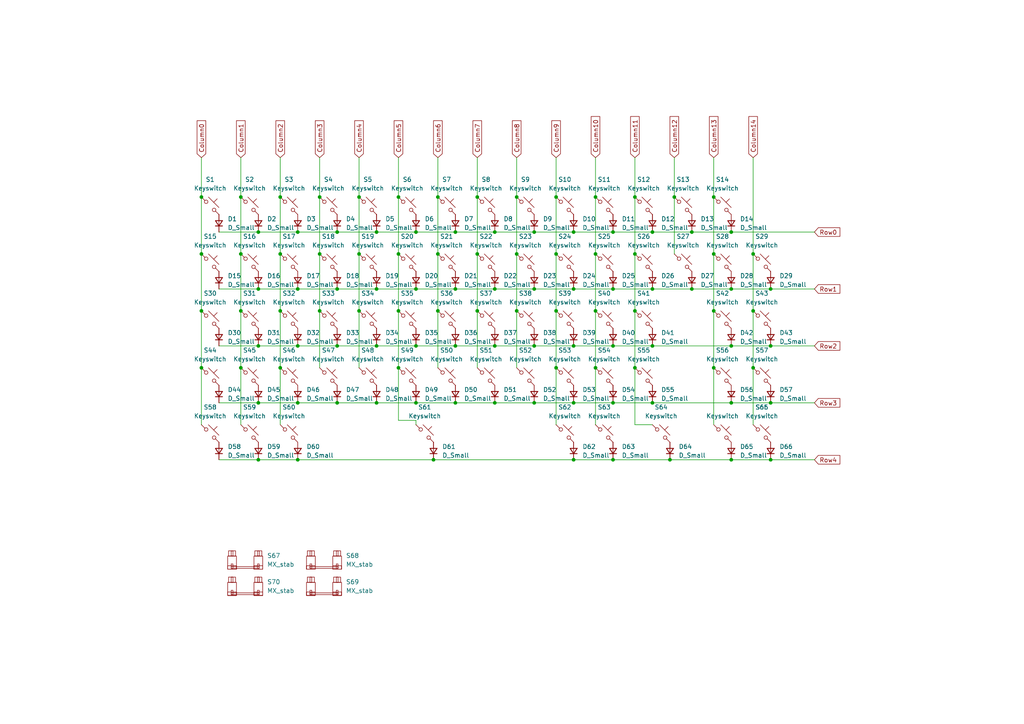
<source format=kicad_sch>
(kicad_sch (version 20250114) (generator "eeschema") (generator_version "9.0")
  (paper "A4")
  (junction (at 212.09 83.82))
  (junction (at 154.94 100.33))
  (junction (at 109.22 116.84))
  (junction (at 218.44 106.68))
  (junction (at 86.36 83.82))
  (junction (at 74.93 133.35))
  (junction (at 172.72 106.68))
  (junction (at 212.09 133.35))
  (junction (at 120.65 100.33))
  (junction (at 184.15 73.66))
  (junction (at 194.31 133.35))
  (junction (at 172.72 57.15))
  (junction (at 115.57 90.17))
  (junction (at 127 90.17))
  (junction (at 177.8 67.31))
  (junction (at 161.29 90.17))
  (junction (at 74.93 116.84))
  (junction (at 74.93 83.82))
  (junction (at 58.42 106.68))
  (junction (at 189.23 100.33))
  (junction (at 223.52 83.82))
  (junction (at 104.14 73.66))
  (junction (at 132.08 67.31))
  (junction (at 195.58 57.15))
  (junction (at 69.85 73.66))
  (junction (at 166.37 100.33))
  (junction (at 177.8 116.84))
  (junction (at 223.52 100.33))
  (junction (at 92.71 57.15))
  (junction (at 115.57 57.15))
  (junction (at 154.94 116.84))
  (junction (at 138.43 90.17))
  (junction (at 92.71 90.17))
  (junction (at 127 73.66))
  (junction (at 223.52 133.35))
  (junction (at 161.29 73.66))
  (junction (at 74.93 100.33))
  (junction (at 172.72 73.66))
  (junction (at 120.65 116.84))
  (junction (at 212.09 116.84))
  (junction (at 109.22 100.33))
  (junction (at 166.37 133.35))
  (junction (at 86.36 133.35))
  (junction (at 58.42 73.66))
  (junction (at 97.79 116.84))
  (junction (at 189.23 116.84))
  (junction (at 154.94 67.31))
  (junction (at 200.66 83.82))
  (junction (at 132.08 100.33))
  (junction (at 69.85 90.17))
  (junction (at 97.79 83.82))
  (junction (at 218.44 90.17))
  (junction (at 143.51 100.33))
  (junction (at 97.79 100.33))
  (junction (at 138.43 73.66))
  (junction (at 184.15 90.17))
  (junction (at 86.36 67.31))
  (junction (at 223.52 116.84))
  (junction (at 120.65 83.82))
  (junction (at 69.85 106.68))
  (junction (at 149.86 90.17))
  (junction (at 58.42 57.15))
  (junction (at 143.51 67.31))
  (junction (at 177.8 133.35))
  (junction (at 132.08 116.84))
  (junction (at 115.57 73.66))
  (junction (at 74.93 67.31))
  (junction (at 69.85 57.15))
  (junction (at 81.28 106.68))
  (junction (at 109.22 83.82))
  (junction (at 154.94 83.82))
  (junction (at 149.86 73.66))
  (junction (at 177.8 100.33))
  (junction (at 172.72 90.17))
  (junction (at 189.23 67.31))
  (junction (at 149.86 57.15))
  (junction (at 86.36 116.84))
  (junction (at 189.23 83.82))
  (junction (at 125.73 133.35))
  (junction (at 207.01 106.68))
  (junction (at 109.22 67.31))
  (junction (at 212.09 67.31))
  (junction (at 184.15 106.68))
  (junction (at 184.15 57.15))
  (junction (at 166.37 67.31))
  (junction (at 143.51 83.82))
  (junction (at 92.71 73.66))
  (junction (at 177.8 83.82))
  (junction (at 161.29 57.15))
  (junction (at 104.14 90.17))
  (junction (at 81.28 57.15))
  (junction (at 207.01 90.17))
  (junction (at 132.08 83.82))
  (junction (at 138.43 57.15))
  (junction (at 207.01 73.66))
  (junction (at 115.57 106.68))
  (junction (at 104.14 57.15))
  (junction (at 212.09 100.33))
  (junction (at 161.29 106.68))
  (junction (at 166.37 83.82))
  (junction (at 81.28 90.17))
  (junction (at 207.01 57.15))
  (junction (at 97.79 67.31))
  (junction (at 127 57.15))
  (junction (at 120.65 67.31))
  (junction (at 143.51 116.84))
  (junction (at 218.44 73.66))
  (junction (at 200.66 67.31))
  (junction (at 166.37 116.84))
  (junction (at 81.28 73.66))
  (junction (at 86.36 100.33))
  (junction (at 58.42 90.17))
  (wire (pts (xy 177.8 67.31) (xy 189.23 67.31)))
  (wire (pts (xy 63.5 100.33) (xy 74.93 100.33)))
  (wire (pts (xy 132.08 67.31) (xy 143.51 67.31)))
  (wire (pts (xy 120.65 67.31) (xy 132.08 67.31)))
  (wire (pts (xy 92.71 90.17) (xy 92.71 106.68)))
  (wire (pts (xy 184.15 90.17) (xy 184.15 106.68)))
  (wire (pts (xy 172.72 73.66) (xy 172.72 90.17)))
  (wire (pts (xy 161.29 45.72) (xy 161.29 57.15)))
  (wire (pts (xy 120.65 83.82) (xy 132.08 83.82)))
  (wire (pts (xy 184.15 73.66) (xy 184.15 90.17)))
  (wire (pts (xy 189.23 83.82) (xy 200.66 83.82)))
  (wire (pts (xy 104.14 73.66) (xy 104.14 90.17)))
  (wire (pts (xy 92.71 45.72) (xy 92.71 57.15)))
  (wire (pts (xy 120.65 121.92) (xy 115.57 121.92)))
  (wire (pts (xy 161.29 57.15) (xy 161.29 73.66)))
  (wire (pts (xy 127 90.17) (xy 127 106.68)))
  (wire (pts (xy 161.29 90.17) (xy 161.29 106.68)))
  (wire (pts (xy 172.72 45.72) (xy 172.72 57.15)))
  (wire (pts (xy 200.66 83.82) (xy 212.09 83.82)))
  (wire (pts (xy 74.93 100.33) (xy 86.36 100.33)))
  (wire (pts (xy 154.94 100.33) (xy 166.37 100.33)))
  (wire (pts (xy 212.09 67.31) (xy 236.22 67.31)))
  (wire (pts (xy 189.23 116.84) (xy 212.09 116.84)))
  (wire (pts (xy 74.93 67.31) (xy 86.36 67.31)))
  (wire (pts (xy 223.52 100.33) (xy 236.22 100.33)))
  (wire (pts (xy 166.37 133.35) (xy 177.8 133.35)))
  (wire (pts (xy 74.93 116.84) (xy 86.36 116.84)))
  (wire (pts (xy 154.94 67.31) (xy 166.37 67.31)))
  (wire (pts (xy 69.85 90.17) (xy 69.85 106.68)))
  (wire (pts (xy 143.51 83.82) (xy 154.94 83.82)))
  (wire (pts (xy 132.08 116.84) (xy 143.51 116.84)))
  (wire (pts (xy 109.22 100.33) (xy 120.65 100.33)))
  (wire (pts (xy 207.01 90.17) (xy 207.01 106.68)))
  (wire (pts (xy 115.57 106.68) (xy 115.57 121.92)))
  (wire (pts (xy 58.42 45.72) (xy 58.42 57.15)))
  (wire (pts (xy 212.09 116.84) (xy 223.52 116.84)))
  (wire (pts (xy 115.57 57.15) (xy 115.57 73.66)))
  (wire (pts (xy 143.51 100.33) (xy 154.94 100.33)))
  (wire (pts (xy 125.73 133.35) (xy 166.37 133.35)))
  (wire (pts (xy 149.86 57.15) (xy 149.86 73.66)))
  (wire (pts (xy 63.5 83.82) (xy 74.93 83.82)))
  (wire (pts (xy 166.37 67.31) (xy 177.8 67.31)))
  (wire (pts (xy 207.01 45.72) (xy 207.01 57.15)))
  (wire (pts (xy 223.52 83.82) (xy 236.22 83.82)))
  (wire (pts (xy 58.42 57.15) (xy 58.42 73.66)))
  (wire (pts (xy 81.28 57.15) (xy 81.28 73.66)))
  (wire (pts (xy 115.57 45.72) (xy 115.57 57.15)))
  (wire (pts (xy 63.5 116.84) (xy 74.93 116.84)))
  (wire (pts (xy 104.14 45.72) (xy 104.14 57.15)))
  (wire (pts (xy 177.8 83.82) (xy 189.23 83.82)))
  (wire (pts (xy 154.94 83.82) (xy 166.37 83.82)))
  (wire (pts (xy 58.42 90.17) (xy 58.42 106.68)))
  (wire (pts (xy 97.79 116.84) (xy 109.22 116.84)))
  (wire (pts (xy 86.36 100.33) (xy 97.79 100.33)))
  (wire (pts (xy 86.36 116.84) (xy 97.79 116.84)))
  (wire (pts (xy 195.58 45.72) (xy 195.58 57.15)))
  (wire (pts (xy 149.86 45.72) (xy 149.86 57.15)))
  (wire (pts (xy 195.58 57.15) (xy 195.58 73.66)))
  (wire (pts (xy 120.65 116.84) (xy 132.08 116.84)))
  (wire (pts (xy 120.65 121.92) (xy 120.65 123.19)))
  (wire (pts (xy 218.44 73.66) (xy 218.44 90.17)))
  (wire (pts (xy 86.36 83.82) (xy 97.79 83.82)))
  (wire (pts (xy 184.15 123.19) (xy 189.23 123.19)))
  (wire (pts (xy 189.23 67.31) (xy 200.66 67.31)))
  (wire (pts (xy 149.86 73.66) (xy 149.86 90.17)))
  (wire (pts (xy 115.57 73.66) (xy 115.57 90.17)))
  (wire (pts (xy 92.71 57.15) (xy 92.71 73.66)))
  (wire (pts (xy 143.51 116.84) (xy 154.94 116.84)))
  (wire (pts (xy 194.31 133.35) (xy 212.09 133.35)))
  (wire (pts (xy 86.36 67.31) (xy 97.79 67.31)))
  (wire (pts (xy 138.43 90.17) (xy 138.43 106.68)))
  (wire (pts (xy 218.44 45.72) (xy 218.44 73.66)))
  (wire (pts (xy 109.22 83.82) (xy 120.65 83.82)))
  (wire (pts (xy 207.01 106.68) (xy 207.01 123.19)))
  (wire (pts (xy 138.43 45.72) (xy 138.43 57.15)))
  (wire (pts (xy 212.09 83.82) (xy 223.52 83.82)))
  (wire (pts (xy 177.8 100.33) (xy 189.23 100.33)))
  (wire (pts (xy 81.28 90.17) (xy 81.28 106.68)))
  (wire (pts (xy 161.29 73.66) (xy 161.29 90.17)))
  (wire (pts (xy 161.29 106.68) (xy 161.29 123.19)))
  (wire (pts (xy 143.51 67.31) (xy 154.94 67.31)))
  (wire (pts (xy 97.79 83.82) (xy 109.22 83.82)))
  (wire (pts (xy 184.15 57.15) (xy 184.15 73.66)))
  (wire (pts (xy 132.08 100.33) (xy 143.51 100.33)))
  (wire (pts (xy 69.85 45.72) (xy 69.85 57.15)))
  (wire (pts (xy 81.28 45.72) (xy 81.28 57.15)))
  (wire (pts (xy 138.43 57.15) (xy 138.43 73.66)))
  (wire (pts (xy 127 57.15) (xy 127 73.66)))
  (wire (pts (xy 172.72 90.17) (xy 172.72 106.68)))
  (wire (pts (xy 207.01 57.15) (xy 207.01 73.66)))
  (wire (pts (xy 223.52 133.35) (xy 236.22 133.35)))
  (wire (pts (xy 69.85 106.68) (xy 69.85 123.19)))
  (wire (pts (xy 207.01 73.66) (xy 207.01 90.17)))
  (wire (pts (xy 138.43 73.66) (xy 138.43 90.17)))
  (wire (pts (xy 69.85 57.15) (xy 69.85 73.66)))
  (wire (pts (xy 97.79 100.33) (xy 109.22 100.33)))
  (wire (pts (xy 81.28 73.66) (xy 81.28 90.17)))
  (wire (pts (xy 166.37 116.84) (xy 177.8 116.84)))
  (wire (pts (xy 109.22 116.84) (xy 120.65 116.84)))
  (wire (pts (xy 86.36 133.35) (xy 125.73 133.35)))
  (wire (pts (xy 63.5 67.31) (xy 74.93 67.31)))
  (wire (pts (xy 120.65 100.33) (xy 132.08 100.33)))
  (wire (pts (xy 166.37 100.33) (xy 177.8 100.33)))
  (wire (pts (xy 218.44 106.68) (xy 218.44 123.19)))
  (wire (pts (xy 58.42 73.66) (xy 58.42 90.17)))
  (wire (pts (xy 149.86 90.17) (xy 149.86 106.68)))
  (wire (pts (xy 104.14 57.15) (xy 104.14 73.66)))
  (wire (pts (xy 69.85 73.66) (xy 69.85 90.17)))
  (wire (pts (xy 115.57 90.17) (xy 115.57 106.68)))
  (wire (pts (xy 58.42 106.68) (xy 58.42 123.19)))
  (wire (pts (xy 172.72 106.68) (xy 172.72 123.19)))
  (wire (pts (xy 97.79 67.31) (xy 109.22 67.31)))
  (wire (pts (xy 127 73.66) (xy 127 90.17)))
  (wire (pts (xy 81.28 106.68) (xy 81.28 123.19)))
  (wire (pts (xy 184.15 45.72) (xy 184.15 57.15)))
  (wire (pts (xy 212.09 133.35) (xy 223.52 133.35)))
  (wire (pts (xy 132.08 83.82) (xy 143.51 83.82)))
  (wire (pts (xy 74.93 133.35) (xy 86.36 133.35)))
  (wire (pts (xy 177.8 133.35) (xy 194.31 133.35)))
  (wire (pts (xy 74.93 83.82) (xy 86.36 83.82)))
  (wire (pts (xy 200.66 67.31) (xy 212.09 67.31)))
  (wire (pts (xy 92.71 73.66) (xy 92.71 90.17)))
  (wire (pts (xy 218.44 90.17) (xy 218.44 106.68)))
  (wire (pts (xy 184.15 106.68) (xy 184.15 123.19)))
  (wire (pts (xy 63.5 133.35) (xy 74.93 133.35)))
  (wire (pts (xy 177.8 116.84) (xy 189.23 116.84)))
  (wire (pts (xy 189.23 100.33) (xy 212.09 100.33)))
  (wire (pts (xy 212.09 100.33) (xy 223.52 100.33)))
  (wire (pts (xy 104.14 90.17) (xy 104.14 106.68)))
  (wire (pts (xy 127 45.72) (xy 127 57.15)))
  (wire (pts (xy 154.94 116.84) (xy 166.37 116.84)))
  (wire (pts (xy 172.72 57.15) (xy 172.72 73.66)))
  (wire (pts (xy 109.22 67.31) (xy 120.65 67.31)))
  (wire (pts (xy 166.37 83.82) (xy 177.8 83.82)))
  (wire (pts (xy 223.52 116.84) (xy 236.22 116.84)))
  (global_label "Row4" (shape input) (at 236.22 133.35 0) (property "Intersheetrefs" "${INTERSHEET_REFS}" (effects (hide yes))))
  (global_label "Column7" (shape input) (at 138.43 45.72 90) (property "Intersheetrefs" "${INTERSHEET_REFS}" (effects (hide yes))))
  (global_label "Row0" (shape input) (at 236.22 67.31 0) (property "Intersheetrefs" "${INTERSHEET_REFS}" (effects (hide yes))))
  (global_label "Row1" (shape input) (at 236.22 83.82 0) (property "Intersheetrefs" "${INTERSHEET_REFS}" (effects (hide yes))))
  (global_label "Column3" (shape input) (at 92.71 45.72 90) (property "Intersheetrefs" "${INTERSHEET_REFS}" (effects (hide yes))))
  (global_label "Row3" (shape input) (at 236.22 116.84 0) (property "Intersheetrefs" "${INTERSHEET_REFS}" (effects (hide yes))))
  (global_label "Column0" (shape input) (at 58.42 45.72 90) (property "Intersheetrefs" "${INTERSHEET_REFS}" (effects (hide yes))))
  (global_label "Column1" (shape input) (at 69.85 45.72 90) (property "Intersheetrefs" "${INTERSHEET_REFS}" (effects (hide yes))))
  (global_label "Column13" (shape input) (at 207.01 45.72 90) (property "Intersheetrefs" "${INTERSHEET_REFS}" (effects (hide yes))))
  (global_label "Column12" (shape input) (at 195.58 45.72 90) (property "Intersheetrefs" "${INTERSHEET_REFS}" (effects (hide yes))))
  (global_label "Column5" (shape input) (at 115.57 45.72 90) (property "Intersheetrefs" "${INTERSHEET_REFS}" (effects (hide yes))))
  (global_label "Column9" (shape input) (at 161.29 45.72 90) (property "Intersheetrefs" "${INTERSHEET_REFS}" (effects (hide yes))))
  (global_label "Row2" (shape input) (at 236.22 100.33 0) (property "Intersheetrefs" "${INTERSHEET_REFS}" (effects (hide yes))))
  (global_label "Column6" (shape input) (at 127 45.72 90) (property "Intersheetrefs" "${INTERSHEET_REFS}" (effects (hide yes))))
  (global_label "Column2" (shape input) (at 81.28 45.72 90) (property "Intersheetrefs" "${INTERSHEET_REFS}" (effects (hide yes))))
  (global_label "Column11" (shape input) (at 184.15 45.72 90) (property "Intersheetrefs" "${INTERSHEET_REFS}" (effects (hide yes))))
  (global_label "Column14" (shape input) (at 218.44 45.72 90) (property "Intersheetrefs" "${INTERSHEET_REFS}" (effects (hide yes))))
  (global_label "Column4" (shape input) (at 104.14 45.72 90) (property "Intersheetrefs" "${INTERSHEET_REFS}" (effects (hide yes))))
  (global_label "Column10" (shape input) (at 172.72 45.72 90) (property "Intersheetrefs" "${INTERSHEET_REFS}" (effects (hide yes))))
  (global_label "Column8" (shape input) (at 149.86 45.72 90) (property "Intersheetrefs" "${INTERSHEET_REFS}" (effects (hide yes))))
  (symbol (lib_id "ScottoKeebs:Placeholder_Keyswitch") (at 60.96 59.69 0) (unit 1)
    (property "Reference" "S1" (at 60.96 52.07 0))
    (property "Value" "Keyswitch" (at 60.96 54.61 0))
    (property "Footprint" "PCM_marbastlib-mx:SW_MX_HS_CPG151101S11_1u" (effects (hide yes)))
    (property "Description" "Push button switch, normally open, two pins, 45° tilted" (effects (hide yes)))
  )
  (symbol (lib_id "Device:D_Small") (at 154.94 81.28 90) (unit 1)
    (property "Reference" "D23" (at 157.48 80.0099 90) (effects (justify right)))
    (property "Value" "D_Small" (at 157.48 82.5499 90) (effects (justify right)))
    (property "Footprint" "ScottoKeebs_Components:Diode_SOD-123" (effects (hide yes)))
    (property "Description" "Diode, small symbol" (effects (hide yes)))
    (property "Sim.Device" "D" (effects (hide yes)))
    (property "Sim.Pins" "1=K 2=A" (effects (hide yes)))
  )
  (symbol (lib_id "Device:D_Small") (at 223.52 114.3 90) (unit 1)
    (property "Reference" "D57" (at 226.06 113.0299 90) (effects (justify right)))
    (property "Value" "D_Small" (at 226.06 115.5699 90) (effects (justify right)))
    (property "Footprint" "ScottoKeebs_Components:Diode_SOD-123" (effects (hide yes)))
    (property "Description" "Diode, small symbol" (effects (hide yes)))
    (property "Sim.Device" "D" (effects (hide yes)))
    (property "Sim.Pins" "1=K 2=A" (effects (hide yes)))
  )
  (symbol (lib_id "ScottoKeebs:Placeholder_Keyswitch") (at 118.11 59.69 0) (unit 1)
    (property "Reference" "S6" (at 118.11 52.07 0))
    (property "Value" "Keyswitch" (at 118.11 54.61 0))
    (property "Footprint" "PCM_marbastlib-mx:SW_MX_HS_CPG151101S11_1u" (effects (hide yes)))
    (property "Description" "Push button switch, normally open, two pins, 45° tilted" (effects (hide yes)))
  )
  (symbol (lib_id "ScottoKeebs:Placeholder_Keyswitch") (at 129.54 92.71 0) (unit 1)
    (property "Reference" "S36" (at 129.54 85.09 0))
    (property "Value" "Keyswitch" (at 129.54 87.63 0))
    (property "Footprint" "PCM_marbastlib-mx:SW_MX_HS_CPG151101S11_1u" (effects (hide yes)))
    (property "Description" "Push button switch, normally open, two pins, 45° tilted" (effects (hide yes)))
  )
  (symbol (lib_id "Device:D_Small") (at 74.93 97.79 90) (unit 1)
    (property "Reference" "D31" (at 77.47 96.5199 90) (effects (justify right)))
    (property "Value" "D_Small" (at 77.47 99.0599 90) (effects (justify right)))
    (property "Footprint" "ScottoKeebs_Components:Diode_SOD-123" (effects (hide yes)))
    (property "Description" "Diode, small symbol" (effects (hide yes)))
    (property "Sim.Device" "D" (effects (hide yes)))
    (property "Sim.Pins" "1=K 2=A" (effects (hide yes)))
  )
  (symbol (lib_id "Device:D_Small") (at 223.52 81.28 90) (unit 1)
    (property "Reference" "D29" (at 226.06 80.0099 90) (effects (justify right)))
    (property "Value" "D_Small" (at 226.06 82.5499 90) (effects (justify right)))
    (property "Footprint" "ScottoKeebs_Components:Diode_SOD-123" (effects (hide yes)))
    (property "Description" "Diode, small symbol" (effects (hide yes)))
    (property "Sim.Device" "D" (effects (hide yes)))
    (property "Sim.Pins" "1=K 2=A" (effects (hide yes)))
  )
  (symbol (lib_id "Device:D_Small") (at 200.66 81.28 90) (unit 1)
    (property "Reference" "D27" (at 203.2 80.0099 90) (effects (justify right)))
    (property "Value" "D_Small" (at 203.2 82.5499 90) (effects (justify right)))
    (property "Footprint" "ScottoKeebs_Components:Diode_SOD-123" (effects (hide yes)))
    (property "Description" "Diode, small symbol" (effects (hide yes)))
    (property "Sim.Device" "D" (effects (hide yes)))
    (property "Sim.Pins" "1=K 2=A" (effects (hide yes)))
  )
  (symbol (lib_id "Device:D_Small") (at 177.8 97.79 90) (unit 1)
    (property "Reference" "D40" (at 180.34 96.5199 90) (effects (justify right)))
    (property "Value" "D_Small" (at 180.34 99.0599 90) (effects (justify right)))
    (property "Footprint" "ScottoKeebs_Components:Diode_SOD-123" (effects (hide yes)))
    (property "Description" "Diode, small symbol" (effects (hide yes)))
    (property "Sim.Device" "D" (effects (hide yes)))
    (property "Sim.Pins" "1=K 2=A" (effects (hide yes)))
  )
  (symbol (lib_id "Device:D_Small") (at 74.93 130.81 90) (unit 1)
    (property "Reference" "D59" (at 77.47 129.5399 90) (effects (justify right)))
    (property "Value" "D_Small" (at 77.47 132.0799 90) (effects (justify right)))
    (property "Footprint" "ScottoKeebs_Components:Diode_SOD-123" (effects (hide yes)))
    (property "Description" "Diode, small symbol" (effects (hide yes)))
    (property "Sim.Device" "D" (effects (hide yes)))
    (property "Sim.Pins" "1=K 2=A" (effects (hide yes)))
  )
  (symbol (lib_id "Device:D_Small") (at 177.8 64.77 90) (unit 1)
    (property "Reference" "D11" (at 180.34 63.4999 90) (effects (justify right)))
    (property "Value" "D_Small" (at 180.34 66.0399 90) (effects (justify right)))
    (property "Footprint" "ScottoKeebs_Components:Diode_SOD-123" (effects (hide yes)))
    (property "Description" "Diode, small symbol" (effects (hide yes)))
    (property "Sim.Device" "D" (effects (hide yes)))
    (property "Sim.Pins" "1=K 2=A" (effects (hide yes)))
  )
  (symbol (lib_id "ScottoKeebs:Placeholder_Keyswitch") (at 163.83 109.22 0) (unit 1)
    (property "Reference" "S53" (at 163.83 101.6 0))
    (property "Value" "Keyswitch" (at 163.83 104.14 0))
    (property "Footprint" "PCM_marbastlib-mx:SW_MX_HS_CPG151101S11_1u" (effects (hide yes)))
    (property "Description" "Push button switch, normally open, two pins, 45° tilted" (effects (hide yes)))
  )
  (symbol (lib_id "Device:D_Small") (at 166.37 130.81 90) (unit 1)
    (property "Reference" "D62" (at 168.91 129.5399 90) (effects (justify right)))
    (property "Value" "D_Small" (at 168.91 132.0799 90) (effects (justify right)))
    (property "Footprint" "ScottoKeebs_Components:Diode_SOD-123" (effects (hide yes)))
    (property "Description" "Diode, small symbol" (effects (hide yes)))
    (property "Sim.Device" "D" (effects (hide yes)))
    (property "Sim.Pins" "1=K 2=A" (effects (hide yes)))
  )
  (symbol (lib_id "ScottoKeebs:Placeholder_Keyswitch") (at 72.39 125.73 0) (unit 1)
    (property "Reference" "S59" (at 72.39 118.11 0))
    (property "Value" "Keyswitch" (at 72.39 120.65 0))
    (property "Footprint" "PCM_marbastlib-mx:SW_MX_HS_CPG151101S11_1.25u" (effects (hide yes)))
    (property "Description" "Push button switch, normally open, two pins, 45° tilted" (effects (hide yes)))
  )
  (symbol (lib_id "ScottoKeebs:Placeholder_Keyswitch") (at 95.25 59.69 0) (unit 1)
    (property "Reference" "S4" (at 95.25 52.07 0))
    (property "Value" "Keyswitch" (at 95.25 54.61 0))
    (property "Footprint" "PCM_marbastlib-mx:SW_MX_HS_CPG151101S11_1u" (effects (hide yes)))
    (property "Description" "Push button switch, normally open, two pins, 45° tilted" (effects (hide yes)))
  )
  (symbol (lib_id "Device:D_Small") (at 189.23 81.28 90) (unit 1)
    (property "Reference" "D26" (at 191.77 80.0099 90) (effects (justify right)))
    (property "Value" "D_Small" (at 191.77 82.5499 90) (effects (justify right)))
    (property "Footprint" "ScottoKeebs_Components:Diode_SOD-123" (effects (hide yes)))
    (property "Description" "Diode, small symbol" (effects (hide yes)))
    (property "Sim.Device" "D" (effects (hide yes)))
    (property "Sim.Pins" "1=K 2=A" (effects (hide yes)))
  )
  (symbol (lib_id "ScottoKeebs:Placeholder_Keyswitch") (at 220.98 109.22 0) (unit 1)
    (property "Reference" "S57" (at 220.98 101.6 0))
    (property "Value" "Keyswitch" (at 220.98 104.14 0))
    (property "Footprint" "PCM_marbastlib-mx:SW_MX_HS_CPG151101S11_1u" (effects (hide yes)))
    (property "Description" "Push button switch, normally open, two pins, 45° tilted" (effects (hide yes)))
  )
  (symbol (lib_id "ScottoKeebs:Placeholder_Keyswitch") (at 186.69 59.69 0) (unit 1)
    (property "Reference" "S12" (at 186.69 52.07 0))
    (property "Value" "Keyswitch" (at 186.69 54.61 0))
    (property "Footprint" "PCM_marbastlib-mx:SW_MX_HS_CPG151101S11_1u" (effects (hide yes)))
    (property "Description" "Push button switch, normally open, two pins, 45° tilted" (effects (hide yes)))
  )
  (symbol (lib_id "ScottoKeebs:Placeholder_Keyswitch") (at 209.55 109.22 0) (unit 1)
    (property "Reference" "S56" (at 209.55 101.6 0))
    (property "Value" "Keyswitch" (at 209.55 104.14 0))
    (property "Footprint" "PCM_marbastlib-mx:SW_MX_HS_CPG151101S11_1u" (effects (hide yes)))
    (property "Description" "Push button switch, normally open, two pins, 45° tilted" (effects (hide yes)))
  )
  (symbol (lib_id "ScottoKeebs:Placeholder_Keyswitch") (at 163.83 59.69 0) (unit 1)
    (property "Reference" "S10" (at 163.83 52.07 0))
    (property "Value" "Keyswitch" (at 163.83 54.61 0))
    (property "Footprint" "PCM_marbastlib-mx:SW_MX_HS_CPG151101S11_1u" (effects (hide yes)))
    (property "Description" "Push button switch, normally open, two pins, 45° tilted" (effects (hide yes)))
  )
  (symbol (lib_id "Device:D_Small") (at 212.09 114.3 90) (unit 1)
    (property "Reference" "D56" (at 214.63 113.0299 90) (effects (justify right)))
    (property "Value" "D_Small" (at 214.63 115.5699 90) (effects (justify right)))
    (property "Footprint" "ScottoKeebs_Components:Diode_SOD-123" (effects (hide yes)))
    (property "Description" "Diode, small symbol" (effects (hide yes)))
    (property "Sim.Device" "D" (effects (hide yes)))
    (property "Sim.Pins" "1=K 2=A" (effects (hide yes)))
  )
  (symbol (lib_id "Device:D_Small") (at 189.23 64.77 90) (unit 1)
    (property "Reference" "D12" (at 191.77 63.4999 90) (effects (justify right)))
    (property "Value" "D_Small" (at 191.77 66.0399 90) (effects (justify right)))
    (property "Footprint" "ScottoKeebs_Components:Diode_SOD-123" (effects (hide yes)))
    (property "Description" "Diode, small symbol" (effects (hide yes)))
    (property "Sim.Device" "D" (effects (hide yes)))
    (property "Sim.Pins" "1=K 2=A" (effects (hide yes)))
  )
  (symbol (lib_id "Device:D_Small") (at 63.5 97.79 90) (unit 1)
    (property "Reference" "D30" (at 66.04 96.5199 90) (effects (justify right)))
    (property "Value" "D_Small" (at 66.04 99.0599 90) (effects (justify right)))
    (property "Footprint" "ScottoKeebs_Components:Diode_SOD-123" (effects (hide yes)))
    (property "Description" "Diode, small symbol" (effects (hide yes)))
    (property "Sim.Device" "D" (effects (hide yes)))
    (property "Sim.Pins" "1=K 2=A" (effects (hide yes)))
  )
  (symbol (lib_id "ScottoKeebs:Placeholder_Keyswitch") (at 95.25 92.71 0) (unit 1)
    (property "Reference" "S33" (at 95.25 85.09 0))
    (property "Value" "Keyswitch" (at 95.25 87.63 0))
    (property "Footprint" "PCM_marbastlib-mx:SW_MX_HS_CPG151101S11_1u" (effects (hide yes)))
    (property "Description" "Push button switch, normally open, two pins, 45° tilted" (effects (hide yes)))
  )
  (symbol (lib_id "ScottoKeebs:Placeholder_Keyswitch") (at 175.26 125.73 0) (unit 1)
    (property "Reference" "S63" (at 175.26 118.11 0))
    (property "Value" "Keyswitch" (at 175.26 120.65 0))
    (property "Footprint" "PCM_marbastlib-mx:SW_MX_HS_CPG151101S11_1.25u" (effects (hide yes)))
    (property "Description" "Push button switch, normally open, two pins, 45° tilted" (effects (hide yes)))
  )
  (symbol (lib_id "ScottoKeebs:Placeholder_Keyswitch") (at 72.39 109.22 0) (unit 1)
    (property "Reference" "S45" (at 72.39 101.6 0))
    (property "Value" "Keyswitch" (at 72.39 104.14 0))
    (property "Footprint" "PCM_marbastlib-mx:SW_MX_HS_CPG151101S11_1u" (effects (hide yes)))
    (property "Description" "Push button switch, normally open, two pins, 45° tilted" (effects (hide yes)))
  )
  (symbol (lib_id "Device:D_Small") (at 177.8 130.81 90) (unit 1)
    (property "Reference" "D63" (at 180.34 129.5399 90) (effects (justify right)))
    (property "Value" "D_Small" (at 180.34 132.0799 90) (effects (justify right)))
    (property "Footprint" "ScottoKeebs_Components:Diode_SOD-123" (effects (hide yes)))
    (property "Description" "Diode, small symbol" (effects (hide yes)))
    (property "Sim.Device" "D" (effects (hide yes)))
    (property "Sim.Pins" "1=K 2=A" (effects (hide yes)))
  )
  (symbol (lib_id "Device:D_Small") (at 177.8 81.28 90) (unit 1)
    (property "Reference" "D25" (at 180.34 80.0099 90) (effects (justify right)))
    (property "Value" "D_Small" (at 180.34 82.5499 90) (effects (justify right)))
    (property "Footprint" "ScottoKeebs_Components:Diode_SOD-123" (effects (hide yes)))
    (property "Description" "Diode, small symbol" (effects (hide yes)))
    (property "Sim.Device" "D" (effects (hide yes)))
    (property "Sim.Pins" "1=K 2=A" (effects (hide yes)))
  )
  (symbol (lib_id "Device:D_Small") (at 74.93 64.77 90) (unit 1)
    (property "Reference" "D2" (at 77.47 63.4999 90) (effects (justify right)))
    (property "Value" "D_Small" (at 77.47 66.0399 90) (effects (justify right)))
    (property "Footprint" "ScottoKeebs_Components:Diode_SOD-123" (effects (hide yes)))
    (property "Description" "Diode, small symbol" (effects (hide yes)))
    (property "Sim.Device" "D" (effects (hide yes)))
    (property "Sim.Pins" "1=K 2=A" (effects (hide yes)))
  )
  (symbol (lib_id "ScottoKeebs:Placeholder_Keyswitch") (at 198.12 76.2 0) (unit 1)
    (property "Reference" "S27" (at 198.12 68.58 0))
    (property "Value" "Keyswitch" (at 198.12 71.12 0))
    (property "Footprint" "PCM_marbastlib-mx:SW_MX_HS_CPG151101S11_1u" (effects (hide yes)))
    (property "Description" "Push button switch, normally open, two pins, 45° tilted" (effects (hide yes)))
  )
  (symbol (lib_id "Device:D_Small") (at 120.65 64.77 90) (unit 1)
    (property "Reference" "D6" (at 123.19 63.4999 90) (effects (justify right)))
    (property "Value" "D_Small" (at 123.19 66.0399 90) (effects (justify right)))
    (property "Footprint" "ScottoKeebs_Components:Diode_SOD-123" (effects (hide yes)))
    (property "Description" "Diode, small symbol" (effects (hide yes)))
    (property "Sim.Device" "D" (effects (hide yes)))
    (property "Sim.Pins" "1=K 2=A" (effects (hide yes)))
  )
  (symbol (lib_id "ScottoKeebs:Placeholder_Keyswitch") (at 83.82 59.69 0) (unit 1)
    (property "Reference" "S3" (at 83.82 52.07 0))
    (property "Value" "Keyswitch" (at 83.82 54.61 0))
    (property "Footprint" "PCM_marbastlib-mx:SW_MX_HS_CPG151101S11_1u" (effects (hide yes)))
    (property "Description" "Push button switch, normally open, two pins, 45° tilted" (effects (hide yes)))
  )
  (symbol (lib_id "ScottoKeebs:Placeholder_Keyswitch") (at 140.97 109.22 0) (unit 1)
    (property "Reference" "S51" (at 140.97 101.6 0))
    (property "Value" "Keyswitch" (at 140.97 104.14 0))
    (property "Footprint" "PCM_marbastlib-mx:SW_MX_HS_CPG151101S11_1u" (effects (hide yes)))
    (property "Description" "Push button switch, normally open, two pins, 45° tilted" (effects (hide yes)))
  )
  (symbol (lib_id "PCM_marbastlib-mx:MX_stab") (at 71.12 162.56 0) (unit 1)
    (property "Reference" "S67" (at 77.47 161.1629 0) (effects (justify left)))
    (property "Value" "MX_stab" (at 77.47 163.7029 0) (effects (justify left)))
    (property "Footprint" "PCM_marbastlib-mx:STAB_MX_P_2u" (effects (hide yes)))
    (property "Description" "Cherry MX-style stabilizer" (effects (hide yes)))
  )
  (symbol (lib_id "ScottoKeebs:Placeholder_Keyswitch") (at 83.82 92.71 0) (unit 1)
    (property "Reference" "S32" (at 83.82 85.09 0))
    (property "Value" "Keyswitch" (at 83.82 87.63 0))
    (property "Footprint" "PCM_marbastlib-mx:SW_MX_HS_CPG151101S11_1u" (effects (hide yes)))
    (property "Description" "Push button switch, normally open, two pins, 45° tilted" (effects (hide yes)))
  )
  (symbol (lib_id "ScottoKeebs:Placeholder_Keyswitch") (at 95.25 76.2 0) (unit 1)
    (property "Reference" "S18" (at 95.25 68.58 0))
    (property "Value" "Keyswitch" (at 95.25 71.12 0))
    (property "Footprint" "PCM_marbastlib-mx:SW_MX_HS_CPG151101S11_1u" (effects (hide yes)))
    (property "Description" "Push button switch, normally open, two pins, 45° tilted" (effects (hide yes)))
  )
  (symbol (lib_id "ScottoKeebs:Placeholder_Keyswitch") (at 191.77 125.73 0) (unit 1)
    (property "Reference" "S64" (at 191.77 118.11 0))
    (property "Value" "Keyswitch" (at 191.77 120.65 0))
    (property "Footprint" "PCM_marbastlib-mx:SW_MX_HS_CPG151101S11_1u" (effects (hide yes)))
    (property "Description" "Push button switch, normally open, two pins, 45° tilted" (effects (hide yes)))
  )
  (symbol (lib_id "ScottoKeebs:Placeholder_Keyswitch") (at 220.98 125.73 0) (unit 1)
    (property "Reference" "S66" (at 220.98 118.11 0))
    (property "Value" "Keyswitch" (at 220.98 120.65 0))
    (property "Footprint" "PCM_marbastlib-mx:SW_MX_HS_CPG151101S11_1u" (effects (hide yes)))
    (property "Description" "Push button switch, normally open, two pins, 45° tilted" (effects (hide yes)))
  )
  (symbol (lib_id "ScottoKeebs:Placeholder_Keyswitch") (at 175.26 92.71 0) (unit 1)
    (property "Reference" "S40" (at 175.26 85.09 0))
    (property "Value" "Keyswitch" (at 175.26 87.63 0))
    (property "Footprint" "PCM_marbastlib-mx:SW_MX_HS_CPG151101S11_1u" (effects (hide yes)))
    (property "Description" "Push button switch, normally open, two pins, 45° tilted" (effects (hide yes)))
  )
  (symbol (lib_id "ScottoKeebs:Placeholder_Keyswitch") (at 106.68 59.69 0) (unit 1)
    (property "Reference" "S5" (at 106.68 52.07 0))
    (property "Value" "Keyswitch" (at 106.68 54.61 0))
    (property "Footprint" "PCM_marbastlib-mx:SW_MX_HS_CPG151101S11_1u" (effects (hide yes)))
    (property "Description" "Push button switch, normally open, two pins, 45° tilted" (effects (hide yes)))
  )
  (symbol (lib_id "Device:D_Small") (at 177.8 114.3 90) (unit 1)
    (property "Reference" "D54" (at 180.34 113.0299 90) (effects (justify right)))
    (property "Value" "D_Small" (at 180.34 115.5699 90) (effects (justify right)))
    (property "Footprint" "ScottoKeebs_Components:Diode_SOD-123" (effects (hide yes)))
    (property "Description" "Diode, small symbol" (effects (hide yes)))
    (property "Sim.Device" "D" (effects (hide yes)))
    (property "Sim.Pins" "1=K 2=A" (effects (hide yes)))
  )
  (symbol (lib_id "ScottoKeebs:Placeholder_Keyswitch") (at 60.96 109.22 0) (unit 1)
    (property "Reference" "S44" (at 60.96 101.6 0))
    (property "Value" "Keyswitch" (at 60.96 104.14 0))
    (property "Footprint" "PCM_marbastlib-mx:SW_MX_HS_CPG151101S11_1u" (effects (hide yes)))
    (property "Description" "Push button switch, normally open, two pins, 45° tilted" (effects (hide yes)))
  )
  (symbol (lib_id "ScottoKeebs:Placeholder_Keyswitch") (at 186.69 76.2 0) (unit 1)
    (property "Reference" "S26" (at 186.69 68.58 0))
    (property "Value" "Keyswitch" (at 186.69 71.12 0))
    (property "Footprint" "PCM_marbastlib-mx:SW_MX_HS_CPG151101S11_1u" (effects (hide yes)))
    (property "Description" "Push button switch, normally open, two pins, 45° tilted" (effects (hide yes)))
  )
  (symbol (lib_id "Device:D_Small") (at 74.93 81.28 90) (unit 1)
    (property "Reference" "D16" (at 77.47 80.0099 90) (effects (justify right)))
    (property "Value" "D_Small" (at 77.47 82.5499 90) (effects (justify right)))
    (property "Footprint" "ScottoKeebs_Components:Diode_SOD-123" (effects (hide yes)))
    (property "Description" "Diode, small symbol" (effects (hide yes)))
    (property "Sim.Device" "D" (effects (hide yes)))
    (property "Sim.Pins" "1=K 2=A" (effects (hide yes)))
  )
  (symbol (lib_id "Device:D_Small") (at 212.09 81.28 90) (unit 1)
    (property "Reference" "D28" (at 214.63 80.0099 90) (effects (justify right)))
    (property "Value" "D_Small" (at 214.63 82.5499 90) (effects (justify right)))
    (property "Footprint" "ScottoKeebs_Components:Diode_SOD-123" (effects (hide yes)))
    (property "Description" "Diode, small symbol" (effects (hide yes)))
    (property "Sim.Device" "D" (effects (hide yes)))
    (property "Sim.Pins" "1=K 2=A" (effects (hide yes)))
  )
  (symbol (lib_id "Device:D_Small") (at 166.37 81.28 90) (unit 1)
    (property "Reference" "D24" (at 168.91 80.0099 90) (effects (justify right)))
    (property "Value" "D_Small" (at 168.91 82.5499 90) (effects (justify right)))
    (property "Footprint" "ScottoKeebs_Components:Diode_SOD-123" (effects (hide yes)))
    (property "Description" "Diode, small symbol" (effects (hide yes)))
    (property "Sim.Device" "D" (effects (hide yes)))
    (property "Sim.Pins" "1=K 2=A" (effects (hide yes)))
  )
  (symbol (lib_id "Device:D_Small") (at 143.51 81.28 90) (unit 1)
    (property "Reference" "D22" (at 146.05 80.0099 90) (effects (justify right)))
    (property "Value" "D_Small" (at 146.05 82.5499 90) (effects (justify right)))
    (property "Footprint" "ScottoKeebs_Components:Diode_SOD-123" (effects (hide yes)))
    (property "Description" "Diode, small symbol" (effects (hide yes)))
    (property "Sim.Device" "D" (effects (hide yes)))
    (property "Sim.Pins" "1=K 2=A" (effects (hide yes)))
  )
  (symbol (lib_id "ScottoKeebs:Placeholder_Keyswitch") (at 175.26 59.69 0) (unit 1)
    (property "Reference" "S11" (at 175.26 52.07 0))
    (property "Value" "Keyswitch" (at 175.26 54.61 0))
    (property "Footprint" "PCM_marbastlib-mx:SW_MX_HS_CPG151101S11_1u" (effects (hide yes)))
    (property "Description" "Push button switch, normally open, two pins, 45° tilted" (effects (hide yes)))
  )
  (symbol (lib_id "Device:D_Small") (at 63.5 114.3 90) (unit 1)
    (property "Reference" "D44" (at 66.04 113.0299 90) (effects (justify right)))
    (property "Value" "D_Small" (at 66.04 115.5699 90) (effects (justify right)))
    (property "Footprint" "ScottoKeebs_Components:Diode_SOD-123" (effects (hide yes)))
    (property "Description" "Diode, small symbol" (effects (hide yes)))
    (property "Sim.Device" "D" (effects (hide yes)))
    (property "Sim.Pins" "1=K 2=A" (effects (hide yes)))
  )
  (symbol (lib_id "ScottoKeebs:Placeholder_Keyswitch") (at 175.26 109.22 0) (unit 1)
    (property "Reference" "S54" (at 175.26 101.6 0))
    (property "Value" "Keyswitch" (at 175.26 104.14 0))
    (property "Footprint" "PCM_marbastlib-mx:SW_MX_HS_CPG151101S11_1u" (effects (hide yes)))
    (property "Description" "Push button switch, normally open, two pins, 45° tilted" (effects (hide yes)))
  )
  (symbol (lib_id "Device:D_Small") (at 194.31 130.81 90) (unit 1)
    (property "Reference" "D64" (at 196.85 129.5399 90) (effects (justify right)))
    (property "Value" "D_Small" (at 196.85 132.0799 90) (effects (justify right)))
    (property "Footprint" "ScottoKeebs_Components:Diode_SOD-123" (effects (hide yes)))
    (property "Description" "Diode, small symbol" (effects (hide yes)))
    (property "Sim.Device" "D" (effects (hide yes)))
    (property "Sim.Pins" "1=K 2=A" (effects (hide yes)))
  )
  (symbol (lib_id "Device:D_Small") (at 132.08 97.79 90) (unit 1)
    (property "Reference" "D36" (at 134.62 96.5199 90) (effects (justify right)))
    (property "Value" "D_Small" (at 134.62 99.0599 90) (effects (justify right)))
    (property "Footprint" "ScottoKeebs_Components:Diode_SOD-123" (effects (hide yes)))
    (property "Description" "Diode, small symbol" (effects (hide yes)))
    (property "Sim.Device" "D" (effects (hide yes)))
    (property "Sim.Pins" "1=K 2=A" (effects (hide yes)))
  )
  (symbol (lib_id "ScottoKeebs:Placeholder_Keyswitch") (at 118.11 92.71 0) (unit 1)
    (property "Reference" "S35" (at 118.11 85.09 0))
    (property "Value" "Keyswitch" (at 118.11 87.63 0))
    (property "Footprint" "PCM_marbastlib-mx:SW_MX_HS_CPG151101S11_1u" (effects (hide yes)))
    (property "Description" "Push button switch, normally open, two pins, 45° tilted" (effects (hide yes)))
  )
  (symbol (lib_id "ScottoKeebs:Placeholder_Keyswitch") (at 209.55 59.69 0) (unit 1)
    (property "Reference" "S14" (at 209.55 52.07 0))
    (property "Value" "Keyswitch" (at 209.55 54.61 0))
    (property "Footprint" "PCM_marbastlib-mx:SW_MX_HS_CPG151101S11_1u" (effects (hide yes)))
    (property "Description" "Push button switch, normally open, two pins, 45° tilted" (effects (hide yes)))
  )
  (symbol (lib_id "Device:D_Small") (at 189.23 114.3 90) (unit 1)
    (property "Reference" "D55" (at 191.77 113.0299 90) (effects (justify right)))
    (property "Value" "D_Small" (at 191.77 115.5699 90) (effects (justify right)))
    (property "Footprint" "ScottoKeebs_Components:Diode_SOD-123" (effects (hide yes)))
    (property "Description" "Diode, small symbol" (effects (hide yes)))
    (property "Sim.Device" "D" (effects (hide yes)))
    (property "Sim.Pins" "1=K 2=A" (effects (hide yes)))
  )
  (symbol (lib_id "ScottoKeebs:Placeholder_Keyswitch") (at 209.55 92.71 0) (unit 1)
    (property "Reference" "S42" (at 209.55 85.09 0))
    (property "Value" "Keyswitch" (at 209.55 87.63 0))
    (property "Footprint" "PCM_marbastlib-mx:SW_MX_HS_CPG151101S11_1u" (effects (hide yes)))
    (property "Description" "Push button switch, normally open, two pins, 45° tilted" (effects (hide yes)))
  )
  (symbol (lib_id "ScottoKeebs:Placeholder_Keyswitch") (at 72.39 59.69 0) (unit 1)
    (property "Reference" "S2" (at 72.39 52.07 0))
    (property "Value" "Keyswitch" (at 72.39 54.61 0))
    (property "Footprint" "PCM_marbastlib-mx:SW_MX_HS_CPG151101S11_1u" (effects (hide yes)))
    (property "Description" "Push button switch, normally open, two pins, 45° tilted" (effects (hide yes)))
  )
  (symbol (lib_id "ScottoKeebs:Placeholder_Keyswitch") (at 209.55 76.2 0) (unit 1)
    (property "Reference" "S28" (at 209.55 68.58 0))
    (property "Value" "Keyswitch" (at 209.55 71.12 0))
    (property "Footprint" "PCM_marbastlib-mx:SW_MX_HS_CPG151101S11_1.5u" (effects (hide yes)))
    (property "Description" "Push button switch, normally open, two pins, 45° tilted" (effects (hide yes)))
  )
  (symbol (lib_id "Device:D_Small") (at 63.5 81.28 90) (unit 1)
    (property "Reference" "D15" (at 66.04 80.0099 90) (effects (justify right)))
    (property "Value" "D_Small" (at 66.04 82.5499 90) (effects (justify right)))
    (property "Footprint" "ScottoKeebs_Components:Diode_SOD-123" (effects (hide yes)))
    (property "Description" "Diode, small symbol" (effects (hide yes)))
    (property "Sim.Device" "D" (effects (hide yes)))
    (property "Sim.Pins" "1=K 2=A" (effects (hide yes)))
  )
  (symbol (lib_id "ScottoKeebs:Placeholder_Keyswitch") (at 220.98 76.2 0) (unit 1)
    (property "Reference" "S29" (at 220.98 68.58 0))
    (property "Value" "Keyswitch" (at 220.98 71.12 0))
    (property "Footprint" "PCM_marbastlib-mx:SW_MX_HS_CPG151101S11_1u" (effects (hide yes)))
    (property "Description" "Push button switch, normally open, two pins, 45° tilted" (effects (hide yes)))
  )
  (symbol (lib_id "Device:D_Small") (at 109.22 64.77 90) (unit 1)
    (property "Reference" "D5" (at 111.76 63.4999 90) (effects (justify right)))
    (property "Value" "D_Small" (at 111.76 66.0399 90) (effects (justify right)))
    (property "Footprint" "ScottoKeebs_Components:Diode_SOD-123" (effects (hide yes)))
    (property "Description" "Diode, small symbol" (effects (hide yes)))
    (property "Sim.Device" "D" (effects (hide yes)))
    (property "Sim.Pins" "1=K 2=A" (effects (hide yes)))
  )
  (symbol (lib_id "ScottoKeebs:Placeholder_Keyswitch") (at 152.4 59.69 0) (unit 1)
    (property "Reference" "S9" (at 152.4 52.07 0))
    (property "Value" "Keyswitch" (at 152.4 54.61 0))
    (property "Footprint" "PCM_marbastlib-mx:SW_MX_HS_CPG151101S11_1u" (effects (hide yes)))
    (property "Description" "Push button switch, normally open, two pins, 45° tilted" (effects (hide yes)))
  )
  (symbol (lib_id "Device:D_Small") (at 212.09 130.81 90) (unit 1)
    (property "Reference" "D65" (at 214.63 129.5399 90) (effects (justify right)))
    (property "Value" "D_Small" (at 214.63 132.0799 90) (effects (justify right)))
    (property "Footprint" "ScottoKeebs_Components:Diode_SOD-123" (effects (hide yes)))
    (property "Description" "Diode, small symbol" (effects (hide yes)))
    (property "Sim.Device" "D" (effects (hide yes)))
    (property "Sim.Pins" "1=K 2=A" (effects (hide yes)))
  )
  (symbol (lib_id "ScottoKeebs:Placeholder_Keyswitch") (at 186.69 109.22 0) (unit 1)
    (property "Reference" "S55" (at 186.69 101.6 0))
    (property "Value" "Keyswitch" (at 186.69 104.14 0))
    (property "Footprint" "PCM_marbastlib-mx:SW_MX_HS_CPG151101S11_1.75u" (effects (hide yes)))
    (property "Description" "Push button switch, normally open, two pins, 45° tilted" (effects (hide yes)))
  )
  (symbol (lib_id "ScottoKeebs:Placeholder_Keyswitch") (at 123.19 125.73 0) (unit 1)
    (property "Reference" "S61" (at 123.19 118.11 0))
    (property "Value" "Keyswitch" (at 123.19 120.65 0))
    (property "Footprint" "PCM_marbastlib-mx:SW_MX_HS_CPG151101S11_1u" (effects (hide yes)))
    (property "Description" "Push button switch, normally open, two pins, 45° tilted" (effects (hide yes)))
  )
  (symbol (lib_id "ScottoKeebs:Placeholder_Keyswitch") (at 140.97 76.2 0) (unit 1)
    (property "Reference" "S22" (at 140.97 68.58 0))
    (property "Value" "Keyswitch" (at 140.97 71.12 0))
    (property "Footprint" "PCM_marbastlib-mx:SW_MX_HS_CPG151101S11_1u" (effects (hide yes)))
    (property "Description" "Push button switch, normally open, two pins, 45° tilted" (effects (hide yes)))
  )
  (symbol (lib_id "Device:D_Small") (at 143.51 97.79 90) (unit 1)
    (property "Reference" "D37" (at 146.05 96.5199 90) (effects (justify right)))
    (property "Value" "D_Small" (at 146.05 99.0599 90) (effects (justify right)))
    (property "Footprint" "ScottoKeebs_Components:Diode_SOD-123" (effects (hide yes)))
    (property "Description" "Diode, small symbol" (effects (hide yes)))
    (property "Sim.Device" "D" (effects (hide yes)))
    (property "Sim.Pins" "1=K 2=A" (effects (hide yes)))
  )
  (symbol (lib_id "Device:D_Small") (at 63.5 64.77 90) (unit 1)
    (property "Reference" "D1" (at 66.04 63.4999 90) (effects (justify right)))
    (property "Value" "D_Small" (at 66.04 66.0399 90) (effects (justify right)))
    (property "Footprint" "ScottoKeebs_Components:Diode_SOD-123" (effects (hide yes)))
    (property "Description" "Diode, small symbol" (effects (hide yes)))
    (property "Sim.Device" "D" (effects (hide yes)))
    (property "Sim.Pins" "1=K 2=A" (effects (hide yes)))
  )
  (symbol (lib_id "ScottoKeebs:Placeholder_Keyswitch") (at 220.98 92.71 0) (unit 1)
    (property "Reference" "S43" (at 220.98 85.09 0))
    (property "Value" "Keyswitch" (at 220.98 87.63 0))
    (property "Footprint" "PCM_marbastlib-mx:SW_MX_HS_CPG151101S11_1u" (effects (hide yes)))
    (property "Description" "Push button switch, normally open, two pins, 45° tilted" (effects (hide yes)))
  )
  (symbol (lib_id "PCM_marbastlib-mx:MX_stab") (at 93.98 162.56 0) (unit 1)
    (property "Reference" "S68" (at 100.33 161.1629 0) (effects (justify left)))
    (property "Value" "MX_stab" (at 100.33 163.7029 0) (effects (justify left)))
    (property "Footprint" "PCM_marbastlib-mx:STAB_MX_2.25u" (effects (hide yes)))
    (property "Description" "Cherry MX-style stabilizer" (effects (hide yes)))
  )
  (symbol (lib_id "Device:D_Small") (at 109.22 81.28 90) (unit 1)
    (property "Reference" "D19" (at 111.76 80.0099 90) (effects (justify right)))
    (property "Value" "D_Small" (at 111.76 82.5499 90) (effects (justify right)))
    (property "Footprint" "ScottoKeebs_Components:Diode_SOD-123" (effects (hide yes)))
    (property "Description" "Diode, small symbol" (effects (hide yes)))
    (property "Sim.Device" "D" (effects (hide yes)))
    (property "Sim.Pins" "1=K 2=A" (effects (hide yes)))
  )
  (symbol (lib_id "Device:D_Small") (at 120.65 97.79 90) (unit 1)
    (property "Reference" "D35" (at 123.19 96.5199 90) (effects (justify right)))
    (property "Value" "D_Small" (at 123.19 99.0599 90) (effects (justify right)))
    (property "Footprint" "ScottoKeebs_Components:Diode_SOD-123" (effects (hide yes)))
    (property "Description" "Diode, small symbol" (effects (hide yes)))
    (property "Sim.Device" "D" (effects (hide yes)))
    (property "Sim.Pins" "1=K 2=A" (effects (hide yes)))
  )
  (symbol (lib_id "ScottoKeebs:Placeholder_Keyswitch") (at 152.4 92.71 0) (unit 1)
    (property "Reference" "S38" (at 152.4 85.09 0))
    (property "Value" "Keyswitch" (at 152.4 87.63 0))
    (property "Footprint" "PCM_marbastlib-mx:SW_MX_HS_CPG151101S11_1u" (effects (hide yes)))
    (property "Description" "Push button switch, normally open, two pins, 45° tilted" (effects (hide yes)))
  )
  (symbol (lib_id "Device:D_Small") (at 189.23 97.79 90) (unit 1)
    (property "Reference" "D41" (at 191.77 96.5199 90) (effects (justify right)))
    (property "Value" "D_Small" (at 191.77 99.0599 90) (effects (justify right)))
    (property "Footprint" "ScottoKeebs_Components:Diode_SOD-123" (effects (hide yes)))
    (property "Description" "Diode, small symbol" (effects (hide yes)))
    (property "Sim.Device" "D" (effects (hide yes)))
    (property "Sim.Pins" "1=K 2=A" (effects (hide yes)))
  )
  (symbol (lib_id "ScottoKeebs:Placeholder_Keyswitch") (at 163.83 125.73 0) (unit 1)
    (property "Reference" "S62" (at 163.83 118.11 0))
    (property "Value" "Keyswitch" (at 163.83 120.65 0))
    (property "Footprint" "PCM_marbastlib-mx:SW_MX_HS_CPG151101S11_1.25u" (effects (hide yes)))
    (property "Description" "Push button switch, normally open, two pins, 45° tilted" (effects (hide yes)))
  )
  (symbol (lib_id "Device:D_Small") (at 212.09 64.77 90) (unit 1)
    (property "Reference" "D14" (at 214.63 63.4999 90) (effects (justify right)))
    (property "Value" "D_Small" (at 214.63 66.0399 90) (effects (justify right)))
    (property "Footprint" "ScottoKeebs_Components:Diode_SOD-123" (effects (hide yes)))
    (property "Description" "Diode, small symbol" (effects (hide yes)))
    (property "Sim.Device" "D" (effects (hide yes)))
    (property "Sim.Pins" "1=K 2=A" (effects (hide yes)))
  )
  (symbol (lib_id "Device:D_Small") (at 86.36 81.28 90) (unit 1)
    (property "Reference" "D17" (at 88.9 80.0099 90) (effects (justify right)))
    (property "Value" "D_Small" (at 88.9 82.5499 90) (effects (justify right)))
    (property "Footprint" "ScottoKeebs_Components:Diode_SOD-123" (effects (hide yes)))
    (property "Description" "Diode, small symbol" (effects (hide yes)))
    (property "Sim.Device" "D" (effects (hide yes)))
    (property "Sim.Pins" "1=K 2=A" (effects (hide yes)))
  )
  (symbol (lib_id "Device:D_Small") (at 97.79 81.28 90) (unit 1)
    (property "Reference" "D18" (at 100.33 80.0099 90) (effects (justify right)))
    (property "Value" "D_Small" (at 100.33 82.5499 90) (effects (justify right)))
    (property "Footprint" "ScottoKeebs_Components:Diode_SOD-123" (effects (hide yes)))
    (property "Description" "Diode, small symbol" (effects (hide yes)))
    (property "Sim.Device" "D" (effects (hide yes)))
    (property "Sim.Pins" "1=K 2=A" (effects (hide yes)))
  )
  (symbol (lib_id "Device:D_Small") (at 166.37 97.79 90) (unit 1)
    (property "Reference" "D39" (at 168.91 96.5199 90) (effects (justify right)))
    (property "Value" "D_Small" (at 168.91 99.0599 90) (effects (justify right)))
    (property "Footprint" "ScottoKeebs_Components:Diode_SOD-123" (effects (hide yes)))
    (property "Description" "Diode, small symbol" (effects (hide yes)))
    (property "Sim.Device" "D" (effects (hide yes)))
    (property "Sim.Pins" "1=K 2=A" (effects (hide yes)))
  )
  (symbol (lib_id "ScottoKeebs:Placeholder_Keyswitch") (at 129.54 59.69 0) (unit 1)
    (property "Reference" "S7" (at 129.54 52.07 0))
    (property "Value" "Keyswitch" (at 129.54 54.61 0))
    (property "Footprint" "PCM_marbastlib-mx:SW_MX_HS_CPG151101S11_1u" (effects (hide yes)))
    (property "Description" "Push button switch, normally open, two pins, 45° tilted" (effects (hide yes)))
  )
  (symbol (lib_id "Device:D_Small") (at 166.37 64.77 90) (unit 1)
    (property "Reference" "D10" (at 168.91 63.4999 90) (effects (justify right)))
    (property "Value" "D_Small" (at 168.91 66.0399 90) (effects (justify right)))
    (property "Footprint" "ScottoKeebs_Components:Diode_SOD-123" (effects (hide yes)))
    (property "Description" "Diode, small symbol" (effects (hide yes)))
    (property "Sim.Device" "D" (effects (hide yes)))
    (property "Sim.Pins" "1=K 2=A" (effects (hide yes)))
  )
  (symbol (lib_id "Device:D_Small") (at 154.94 64.77 90) (unit 1)
    (property "Reference" "D9" (at 157.48 63.4999 90) (effects (justify right)))
    (property "Value" "D_Small" (at 157.48 66.0399 90) (effects (justify right)))
    (property "Footprint" "ScottoKeebs_Components:Diode_SOD-123" (effects (hide yes)))
    (property "Description" "Diode, small symbol" (effects (hide yes)))
    (property "Sim.Device" "D" (effects (hide yes)))
    (property "Sim.Pins" "1=K 2=A" (effects (hide yes)))
  )
  (symbol (lib_id "Device:D_Small") (at 86.36 114.3 90) (unit 1)
    (property "Reference" "D46" (at 88.9 113.0299 90) (effects (justify right)))
    (property "Value" "D_Small" (at 88.9 115.5699 90) (effects (justify right)))
    (property "Footprint" "ScottoKeebs_Components:Diode_SOD-123" (effects (hide yes)))
    (property "Description" "Diode, small symbol" (effects (hide yes)))
    (property "Sim.Device" "D" (effects (hide yes)))
    (property "Sim.Pins" "1=K 2=A" (effects (hide yes)))
  )
  (symbol (lib_id "Device:D_Small") (at 97.79 114.3 90) (unit 1)
    (property "Reference" "D47" (at 100.33 113.0299 90) (effects (justify right)))
    (property "Value" "D_Small" (at 100.33 115.5699 90) (effects (justify right)))
    (property "Footprint" "ScottoKeebs_Components:Diode_SOD-123" (effects (hide yes)))
    (property "Description" "Diode, small symbol" (effects (hide yes)))
    (property "Sim.Device" "D" (effects (hide yes)))
    (property "Sim.Pins" "1=K 2=A" (effects (hide yes)))
  )
  (symbol (lib_id "Device:D_Small") (at 132.08 81.28 90) (unit 1)
    (property "Reference" "D21" (at 134.62 80.0099 90) (effects (justify right)))
    (property "Value" "D_Small" (at 134.62 82.5499 90) (effects (justify right)))
    (property "Footprint" "ScottoKeebs_Components:Diode_SOD-123" (effects (hide yes)))
    (property "Description" "Diode, small symbol" (effects (hide yes)))
    (property "Sim.Device" "D" (effects (hide yes)))
    (property "Sim.Pins" "1=K 2=A" (effects (hide yes)))
  )
  (symbol (lib_id "Device:D_Small") (at 125.73 130.81 90) (unit 1)
    (property "Reference" "D61" (at 128.27 129.5399 90) (effects (justify right)))
    (property "Value" "D_Small" (at 128.27 132.0799 90) (effects (justify right)))
    (property "Footprint" "ScottoKeebs_Components:Diode_SOD-123" (effects (hide yes)))
    (property "Description" "Diode, small symbol" (effects (hide yes)))
    (property "Sim.Device" "D" (effects (hide yes)))
    (property "Sim.Pins" "1=K 2=A" (effects (hide yes)))
  )
  (symbol (lib_id "Device:D_Small") (at 74.93 114.3 90) (unit 1)
    (property "Reference" "D45" (at 77.47 113.0299 90) (effects (justify right)))
    (property "Value" "D_Small" (at 77.47 115.5699 90) (effects (justify right)))
    (property "Footprint" "ScottoKeebs_Components:Diode_SOD-123" (effects (hide yes)))
    (property "Description" "Diode, small symbol" (effects (hide yes)))
    (property "Sim.Device" "D" (effects (hide yes)))
    (property "Sim.Pins" "1=K 2=A" (effects (hide yes)))
  )
  (symbol (lib_id "ScottoKeebs:Placeholder_Keyswitch") (at 152.4 109.22 0) (unit 1)
    (property "Reference" "S52" (at 152.4 101.6 0))
    (property "Value" "Keyswitch" (at 152.4 104.14 0))
    (property "Footprint" "PCM_marbastlib-mx:SW_MX_HS_CPG151101S11_1u" (effects (hide yes)))
    (property "Description" "Push button switch, normally open, two pins, 45° tilted" (effects (hide yes)))
  )
  (symbol (lib_id "Device:D_Small") (at 143.51 114.3 90) (unit 1)
    (property "Reference" "D51" (at 146.05 113.0299 90) (effects (justify right)))
    (property "Value" "D_Small" (at 146.05 115.5699 90) (effects (justify right)))
    (property "Footprint" "ScottoKeebs_Components:Diode_SOD-123" (effects (hide yes)))
    (property "Description" "Diode, small symbol" (effects (hide yes)))
    (property "Sim.Device" "D" (effects (hide yes)))
    (property "Sim.Pins" "1=K 2=A" (effects (hide yes)))
  )
  (symbol (lib_id "ScottoKeebs:Placeholder_Keyswitch") (at 83.82 76.2 0) (unit 1)
    (property "Reference" "S17" (at 83.82 68.58 0))
    (property "Value" "Keyswitch" (at 83.82 71.12 0))
    (property "Footprint" "PCM_marbastlib-mx:SW_MX_HS_CPG151101S11_1u" (effects (hide yes)))
    (property "Description" "Push button switch, normally open, two pins, 45° tilted" (effects (hide yes)))
  )
  (symbol (lib_id "ScottoKeebs:Placeholder_Keyswitch") (at 152.4 76.2 0) (unit 1)
    (property "Reference" "S23" (at 152.4 68.58 0))
    (property "Value" "Keyswitch" (at 152.4 71.12 0))
    (property "Footprint" "PCM_marbastlib-mx:SW_MX_HS_CPG151101S11_1u" (effects (hide yes)))
    (property "Description" "Push button switch, normally open, two pins, 45° tilted" (effects (hide yes)))
  )
  (symbol (lib_id "Device:D_Small") (at 132.08 64.77 90) (unit 1)
    (property "Reference" "D7" (at 134.62 63.4999 90) (effects (justify right)))
    (property "Value" "D_Small" (at 134.62 66.0399 90) (effects (justify right)))
    (property "Footprint" "ScottoKeebs_Components:Diode_SOD-123" (effects (hide yes)))
    (property "Description" "Diode, small symbol" (effects (hide yes)))
    (property "Sim.Device" "D" (effects (hide yes)))
    (property "Sim.Pins" "1=K 2=A" (effects (hide yes)))
  )
  (symbol (lib_id "ScottoKeebs:Placeholder_Keyswitch") (at 106.68 109.22 0) (unit 1)
    (property "Reference" "S48" (at 106.68 101.6 0))
    (property "Value" "Keyswitch" (at 106.68 104.14 0))
    (property "Footprint" "PCM_marbastlib-mx:SW_MX_HS_CPG151101S11_1u" (effects (hide yes)))
    (property "Description" "Push button switch, normally open, two pins, 45° tilted" (effects (hide yes)))
  )
  (symbol (lib_id "ScottoKeebs:Placeholder_Keyswitch") (at 106.68 92.71 0) (unit 1)
    (property "Reference" "S34" (at 106.68 85.09 0))
    (property "Value" "Keyswitch" (at 106.68 87.63 0))
    (property "Footprint" "PCM_marbastlib-mx:SW_MX_HS_CPG151101S11_1u" (effects (hide yes)))
    (property "Description" "Push button switch, normally open, two pins, 45° tilted" (effects (hide yes)))
  )
  (symbol (lib_id "ScottoKeebs:Placeholder_Keyswitch") (at 118.11 76.2 0) (unit 1)
    (property "Reference" "S20" (at 118.11 68.58 0))
    (property "Value" "Keyswitch" (at 118.11 71.12 0))
    (property "Footprint" "PCM_marbastlib-mx:SW_MX_HS_CPG151101S11_1u" (effects (hide yes)))
    (property "Description" "Push button switch, normally open, two pins, 45° tilted" (effects (hide yes)))
  )
  (symbol (lib_id "ScottoKeebs:Placeholder_Keyswitch") (at 83.82 125.73 0) (unit 1)
    (property "Reference" "S60" (at 83.82 118.11 0))
    (property "Value" "Keyswitch" (at 83.82 120.65 0))
    (property "Footprint" "PCM_marbastlib-mx:SW_MX_HS_CPG151101S11_1.25u" (effects (hide yes)))
    (property "Description" "Push button switch, normally open, two pins, 45° tilted" (effects (hide yes)))
  )
  (symbol (lib_id "ScottoKeebs:Placeholder_Keyswitch") (at 72.39 76.2 0) (unit 1)
    (property "Reference" "S16" (at 72.39 68.58 0))
    (property "Value" "Keyswitch" (at 72.39 71.12 0))
    (property "Footprint" "PCM_marbastlib-mx:SW_MX_HS_CPG151101S11_1u" (effects (hide yes)))
    (property "Description" "Push button switch, normally open, two pins, 45° tilted" (effects (hide yes)))
  )
  (symbol (lib_id "Device:D_Small") (at 109.22 114.3 90) (unit 1)
    (property "Reference" "D48" (at 111.76 113.0299 90) (effects (justify right)))
    (property "Value" "D_Small" (at 111.76 115.5699 90) (effects (justify right)))
    (property "Footprint" "ScottoKeebs_Components:Diode_SOD-123" (effects (hide yes)))
    (property "Description" "Diode, small symbol" (effects (hide yes)))
    (property "Sim.Device" "D" (effects (hide yes)))
    (property "Sim.Pins" "1=K 2=A" (effects (hide yes)))
  )
  (symbol (lib_id "Device:D_Small") (at 120.65 81.28 90) (unit 1)
    (property "Reference" "D20" (at 123.19 80.0099 90) (effects (justify right)))
    (property "Value" "D_Small" (at 123.19 82.5499 90) (effects (justify right)))
    (property "Footprint" "ScottoKeebs_Components:Diode_SOD-123" (effects (hide yes)))
    (property "Description" "Diode, small symbol" (effects (hide yes)))
    (property "Sim.Device" "D" (effects (hide yes)))
    (property "Sim.Pins" "1=K 2=A" (effects (hide yes)))
  )
  (symbol (lib_id "Device:D_Small") (at 63.5 130.81 90) (unit 1)
    (property "Reference" "D58" (at 66.04 129.5399 90) (effects (justify right)))
    (property "Value" "D_Small" (at 66.04 132.0799 90) (effects (justify right)))
    (property "Footprint" "ScottoKeebs_Components:Diode_SOD-123" (effects (hide yes)))
    (property "Description" "Diode, small symbol" (effects (hide yes)))
    (property "Sim.Device" "D" (effects (hide yes)))
    (property "Sim.Pins" "1=K 2=A" (effects (hide yes)))
  )
  (symbol (lib_id "ScottoKeebs:Placeholder_Keyswitch") (at 163.83 92.71 0) (unit 1)
    (property "Reference" "S39" (at 163.83 85.09 0))
    (property "Value" "Keyswitch" (at 163.83 87.63 0))
    (property "Footprint" "PCM_marbastlib-mx:SW_MX_HS_CPG151101S11_1u" (effects (hide yes)))
    (property "Description" "Push button switch, normally open, two pins, 45° tilted" (effects (hide yes)))
  )
  (symbol (lib_id "PCM_marbastlib-mx:MX_stab") (at 71.12 170.18 0) (unit 1)
    (property "Reference" "S70" (at 77.47 168.7829 0) (effects (justify left)))
    (property "Value" "MX_stab" (at 77.47 171.3229 0) (effects (justify left)))
    (property "Footprint" "PCM_marbastlib-mx:STAB_MX_P_6.25u" (effects (hide yes)))
    (property "Description" "Cherry MX-style stabilizer" (effects (hide yes)))
  )
  (symbol (lib_id "ScottoKeebs:Placeholder_Keyswitch") (at 83.82 109.22 0) (unit 1)
    (property "Reference" "S46" (at 83.82 101.6 0))
    (property "Value" "Keyswitch" (at 83.82 104.14 0))
    (property "Footprint" "PCM_marbastlib-mx:SW_MX_HS_CPG151101S11_1u" (effects (hide yes)))
    (property "Description" "Push button switch, normally open, two pins, 45° tilted" (effects (hide yes)))
  )
  (symbol (lib_id "ScottoKeebs:Placeholder_Keyswitch") (at 186.69 92.71 0) (unit 1)
    (property "Reference" "S41" (at 186.69 85.09 0))
    (property "Value" "Keyswitch" (at 186.69 87.63 0))
    (property "Footprint" "PCM_marbastlib-mx:SW_MX_HS_CPG151101S11_1u" (effects (hide yes)))
    (property "Description" "Push button switch, normally open, two pins, 45° tilted" (effects (hide yes)))
  )
  (symbol (lib_id "ScottoKeebs:Placeholder_Keyswitch") (at 175.26 76.2 0) (unit 1)
    (property "Reference" "S25" (at 175.26 68.58 0))
    (property "Value" "Keyswitch" (at 175.26 71.12 0))
    (property "Footprint" "PCM_marbastlib-mx:SW_MX_HS_CPG151101S11_1u" (effects (hide yes)))
    (property "Description" "Push button switch, normally open, two pins, 45° tilted" (effects (hide yes)))
  )
  (symbol (lib_id "Device:D_Small") (at 97.79 64.77 90) (unit 1)
    (property "Reference" "D4" (at 100.33 63.4999 90) (effects (justify right)))
    (property "Value" "D_Small" (at 100.33 66.0399 90) (effects (justify right)))
    (property "Footprint" "ScottoKeebs_Components:Diode_SOD-123" (effects (hide yes)))
    (property "Description" "Diode, small symbol" (effects (hide yes)))
    (property "Sim.Device" "D" (effects (hide yes)))
    (property "Sim.Pins" "1=K 2=A" (effects (hide yes)))
  )
  (symbol (lib_id "Device:D_Small") (at 120.65 114.3 90) (unit 1)
    (property "Reference" "D49" (at 123.19 113.0299 90) (effects (justify right)))
    (property "Value" "D_Small" (at 123.19 115.5699 90) (effects (justify right)))
    (property "Footprint" "ScottoKeebs_Components:Diode_SOD-123" (effects (hide yes)))
    (property "Description" "Diode, small symbol" (effects (hide yes)))
    (property "Sim.Device" "D" (effects (hide yes)))
    (property "Sim.Pins" "1=K 2=A" (effects (hide yes)))
  )
  (symbol (lib_id "ScottoKeebs:Placeholder_Keyswitch") (at 140.97 92.71 0) (unit 1)
    (property "Reference" "S37" (at 140.97 85.09 0))
    (property "Value" "Keyswitch" (at 140.97 87.63 0))
    (property "Footprint" "PCM_marbastlib-mx:SW_MX_HS_CPG151101S11_1u" (effects (hide yes)))
    (property "Description" "Push button switch, normally open, two pins, 45° tilted" (effects (hide yes)))
  )
  (symbol (lib_id "Device:D_Small") (at 154.94 97.79 90) (unit 1)
    (property "Reference" "D38" (at 157.48 96.5199 90) (effects (justify right)))
    (property "Value" "D_Small" (at 157.48 99.0599 90) (effects (justify right)))
    (property "Footprint" "ScottoKeebs_Components:Diode_SOD-123" (effects (hide yes)))
    (property "Description" "Diode, small symbol" (effects (hide yes)))
    (property "Sim.Device" "D" (effects (hide yes)))
    (property "Sim.Pins" "1=K 2=A" (effects (hide yes)))
  )
  (symbol (lib_id "ScottoKeebs:Placeholder_Keyswitch") (at 129.54 109.22 0) (unit 1)
    (property "Reference" "S50" (at 129.54 101.6 0))
    (property "Value" "Keyswitch" (at 129.54 104.14 0))
    (property "Footprint" "PCM_marbastlib-mx:SW_MX_HS_CPG151101S11_1u" (effects (hide yes)))
    (property "Description" "Push button switch, normally open, two pins, 45° tilted" (effects (hide yes)))
  )
  (symbol (lib_id "Device:D_Small") (at 223.52 97.79 90) (unit 1)
    (property "Reference" "D43" (at 226.06 96.5199 90) (effects (justify right)))
    (property "Value" "D_Small" (at 226.06 99.0599 90) (effects (justify right)))
    (property "Footprint" "ScottoKeebs_Components:Diode_SOD-123" (effects (hide yes)))
    (property "Description" "Diode, small symbol" (effects (hide yes)))
    (property "Sim.Device" "D" (effects (hide yes)))
    (property "Sim.Pins" "1=K 2=A" (effects (hide yes)))
  )
  (symbol (lib_id "Device:D_Small") (at 154.94 114.3 90) (unit 1)
    (property "Reference" "D52" (at 157.48 113.0299 90) (effects (justify right)))
    (property "Value" "D_Small" (at 157.48 115.5699 90) (effects (justify right)))
    (property "Footprint" "ScottoKeebs_Components:Diode_SOD-123" (effects (hide yes)))
    (property "Description" "Diode, small symbol" (effects (hide yes)))
    (property "Sim.Device" "D" (effects (hide yes)))
    (property "Sim.Pins" "1=K 2=A" (effects (hide yes)))
  )
  (symbol (lib_id "ScottoKeebs:Placeholder_Keyswitch") (at 129.54 76.2 0) (unit 1)
    (property "Reference" "S21" (at 129.54 68.58 0))
    (property "Value" "Keyswitch" (at 129.54 71.12 0))
    (property "Footprint" "PCM_marbastlib-mx:SW_MX_HS_CPG151101S11_1u" (effects (hide yes)))
    (property "Description" "Push button switch, normally open, two pins, 45° tilted" (effects (hide yes)))
  )
  (symbol (lib_id "Device:D_Small") (at 143.51 64.77 90) (unit 1)
    (property "Reference" "D8" (at 146.05 63.4999 90) (effects (justify right)))
    (property "Value" "D_Small" (at 146.05 66.0399 90) (effects (justify right)))
    (property "Footprint" "ScottoKeebs_Components:Diode_SOD-123" (effects (hide yes)))
    (property "Description" "Diode, small symbol" (effects (hide yes)))
    (property "Sim.Device" "D" (effects (hide yes)))
    (property "Sim.Pins" "1=K 2=A" (effects (hide yes)))
  )
  (symbol (lib_id "ScottoKeebs:Placeholder_Keyswitch") (at 198.12 59.69 0) (unit 1)
    (property "Reference" "S13" (at 198.12 52.07 0))
    (property "Value" "Keyswitch" (at 198.12 54.61 0))
    (property "Footprint" "PCM_marbastlib-mx:SW_MX_HS_CPG151101S11_1u" (effects (hide yes)))
    (property "Description" "Push button switch, normally open, two pins, 45° tilted" (effects (hide yes)))
  )
  (symbol (lib_id "Device:D_Small") (at 97.79 97.79 90) (unit 1)
    (property "Reference" "D33" (at 100.33 96.5199 90) (effects (justify right)))
    (property "Value" "D_Small" (at 100.33 99.0599 90) (effects (justify right)))
    (property "Footprint" "ScottoKeebs_Components:Diode_SOD-123" (effects (hide yes)))
    (property "Description" "Diode, small symbol" (effects (hide yes)))
    (property "Sim.Device" "D" (effects (hide yes)))
    (property "Sim.Pins" "1=K 2=A" (effects (hide yes)))
  )
  (symbol (lib_id "Device:D_Small") (at 86.36 130.81 90) (unit 1)
    (property "Reference" "D60" (at 88.9 129.5399 90) (effects (justify right)))
    (property "Value" "D_Small" (at 88.9 132.0799 90) (effects (justify right)))
    (property "Footprint" "ScottoKeebs_Components:Diode_SOD-123" (effects (hide yes)))
    (property "Description" "Diode, small symbol" (effects (hide yes)))
    (property "Sim.Device" "D" (effects (hide yes)))
    (property "Sim.Pins" "1=K 2=A" (effects (hide yes)))
  )
  (symbol (lib_id "Device:D_Small") (at 132.08 114.3 90) (unit 1)
    (property "Reference" "D50" (at 134.62 113.0299 90) (effects (justify right)))
    (property "Value" "D_Small" (at 134.62 115.5699 90) (effects (justify right)))
    (property "Footprint" "ScottoKeebs_Components:Diode_SOD-123" (effects (hide yes)))
    (property "Description" "Diode, small symbol" (effects (hide yes)))
    (property "Sim.Device" "D" (effects (hide yes)))
    (property "Sim.Pins" "1=K 2=A" (effects (hide yes)))
  )
  (symbol (lib_id "Device:D_Small") (at 86.36 97.79 90) (unit 1)
    (property "Reference" "D32" (at 88.9 96.5199 90) (effects (justify right)))
    (property "Value" "D_Small" (at 88.9 99.0599 90) (effects (justify right)))
    (property "Footprint" "ScottoKeebs_Components:Diode_SOD-123" (effects (hide yes)))
    (property "Description" "Diode, small symbol" (effects (hide yes)))
    (property "Sim.Device" "D" (effects (hide yes)))
    (property "Sim.Pins" "1=K 2=A" (effects (hide yes)))
  )
  (symbol (lib_id "Device:D_Small") (at 223.52 130.81 90) (unit 1)
    (property "Reference" "D66" (at 226.06 129.5399 90) (effects (justify right)))
    (property "Value" "D_Small" (at 226.06 132.0799 90) (effects (justify right)))
    (property "Footprint" "ScottoKeebs_Components:Diode_SOD-123" (effects (hide yes)))
    (property "Description" "Diode, small symbol" (effects (hide yes)))
    (property "Sim.Device" "D" (effects (hide yes)))
    (property "Sim.Pins" "1=K 2=A" (effects (hide yes)))
  )
  (symbol (lib_id "ScottoKeebs:Placeholder_Keyswitch") (at 163.83 76.2 0) (unit 1)
    (property "Reference" "S24" (at 163.83 68.58 0))
    (property "Value" "Keyswitch" (at 163.83 71.12 0))
    (property "Footprint" "PCM_marbastlib-mx:SW_MX_HS_CPG151101S11_1u" (effects (hide yes)))
    (property "Description" "Push button switch, normally open, two pins, 45° tilted" (effects (hide yes)))
  )
  (symbol (lib_id "Device:D_Small") (at 86.36 64.77 90) (unit 1)
    (property "Reference" "D3" (at 88.9 63.4999 90) (effects (justify right)))
    (property "Value" "D_Small" (at 88.9 66.0399 90) (effects (justify right)))
    (property "Footprint" "ScottoKeebs_Components:Diode_SOD-123" (effects (hide yes)))
    (property "Description" "Diode, small symbol" (effects (hide yes)))
    (property "Sim.Device" "D" (effects (hide yes)))
    (property "Sim.Pins" "1=K 2=A" (effects (hide yes)))
  )
  (symbol (lib_id "ScottoKeebs:Placeholder_Keyswitch") (at 60.96 92.71 0) (unit 1)
    (property "Reference" "S30" (at 60.96 85.09 0))
    (property "Value" "Keyswitch" (at 60.96 87.63 0))
    (property "Footprint" "PCM_marbastlib-mx:SW_MX_HS_CPG151101S11_1.75u" (effects (hide yes)))
    (property "Description" "Push button switch, normally open, two pins, 45° tilted" (effects (hide yes)))
  )
  (symbol (lib_id "ScottoKeebs:Placeholder_Keyswitch") (at 60.96 76.2 0) (unit 1)
    (property "Reference" "S15" (at 60.96 68.58 0))
    (property "Value" "Keyswitch" (at 60.96 71.12 0))
    (property "Footprint" "PCM_marbastlib-mx:SW_MX_HS_CPG151101S11_1.5u" (effects (hide yes)))
    (property "Description" "Push button switch, normally open, two pins, 45° tilted" (effects (hide yes)))
  )
  (symbol (lib_id "ScottoKeebs:Placeholder_Keyswitch") (at 140.97 59.69 0) (unit 1)
    (property "Reference" "S8" (at 140.97 52.07 0))
    (property "Value" "Keyswitch" (at 140.97 54.61 0))
    (property "Footprint" "PCM_marbastlib-mx:SW_MX_HS_CPG151101S11_1u" (effects (hide yes)))
    (property "Description" "Push button switch, normally open, two pins, 45° tilted" (effects (hide yes)))
  )
  (symbol (lib_id "Device:D_Small") (at 200.66 64.77 90) (unit 1)
    (property "Reference" "D13" (at 203.2 63.4999 90) (effects (justify right)))
    (property "Value" "D_Small" (at 203.2 66.0399 90) (effects (justify right)))
    (property "Footprint" "ScottoKeebs_Components:Diode_SOD-123" (effects (hide yes)))
    (property "Description" "Diode, small symbol" (effects (hide yes)))
    (property "Sim.Device" "D" (effects (hide yes)))
    (property "Sim.Pins" "1=K 2=A" (effects (hide yes)))
  )
  (symbol (lib_id "PCM_marbastlib-mx:MX_stab") (at 93.98 170.18 0) (unit 1)
    (property "Reference" "S69" (at 100.33 168.7829 0) (effects (justify left)))
    (property "Value" "MX_stab" (at 100.33 171.3229 0) (effects (justify left)))
    (property "Footprint" "PCM_marbastlib-mx:STAB_MX_2.25u" (effects (hide yes)))
    (property "Description" "Cherry MX-style stabilizer" (effects (hide yes)))
  )
  (symbol (lib_id "Device:D_Small") (at 212.09 97.79 90) (unit 1)
    (property "Reference" "D42" (at 214.63 96.5199 90) (effects (justify right)))
    (property "Value" "D_Small" (at 214.63 99.0599 90) (effects (justify right)))
    (property "Footprint" "ScottoKeebs_Components:Diode_SOD-123" (effects (hide yes)))
    (property "Description" "Diode, small symbol" (effects (hide yes)))
    (property "Sim.Device" "D" (effects (hide yes)))
    (property "Sim.Pins" "1=K 2=A" (effects (hide yes)))
  )
  (symbol (lib_id "ScottoKeebs:Placeholder_Keyswitch") (at 209.55 125.73 0) (unit 1)
    (property "Reference" "S65" (at 220.98 118.11 0))
    (property "Value" "Keyswitch" (at 209.55 120.65 0))
    (property "Footprint" "PCM_marbastlib-mx:SW_MX_HS_CPG151101S11_1u" (effects (hide yes)))
    (property "Description" "Push button switch, normally open, two pins, 45° tilted" (effects (hide yes)))
  )
  (symbol (lib_id "Device:D_Small") (at 109.22 97.79 90) (unit 1)
    (property "Reference" "D34" (at 111.76 96.5199 90) (effects (justify right)))
    (property "Value" "D_Small" (at 111.76 99.0599 90) (effects (justify right)))
    (property "Footprint" "ScottoKeebs_Components:Diode_SOD-123" (effects (hide yes)))
    (property "Description" "Diode, small symbol" (effects (hide yes)))
    (property "Sim.Device" "D" (effects (hide yes)))
    (property "Sim.Pins" "1=K 2=A" (effects (hide yes)))
  )
  (symbol (lib_id "ScottoKeebs:Placeholder_Keyswitch") (at 106.68 76.2 0) (unit 1)
    (property "Reference" "S19" (at 106.68 68.58 0))
    (property "Value" "Keyswitch" (at 106.68 71.12 0))
    (property "Footprint" "PCM_marbastlib-mx:SW_MX_HS_CPG151101S11_1u" (effects (hide yes)))
    (property "Description" "Push button switch, normally open, two pins, 45° tilted" (effects (hide yes)))
  )
  (symbol (lib_id "ScottoKeebs:Placeholder_Keyswitch") (at 118.11 109.22 0) (unit 1)
    (property "Reference" "S49" (at 118.11 101.6 0))
    (property "Value" "Keyswitch" (at 118.11 104.14 0))
    (property "Footprint" "PCM_marbastlib-mx:SW_MX_HS_CPG151101S11_1u" (effects (hide yes)))
    (property "Description" "Push button switch, normally open, two pins, 45° tilted" (effects (hide yes)))
  )
  (symbol (lib_id "ScottoKeebs:Placeholder_Keyswitch") (at 95.25 109.22 0) (unit 1)
    (property "Reference" "S47" (at 95.25 101.6 0))
    (property "Value" "Keyswitch" (at 95.25 104.14 0))
    (property "Footprint" "PCM_marbastlib-mx:SW_MX_HS_CPG151101S11_1u" (effects (hide yes)))
    (property "Description" "Push button switch, normally open, two pins, 45° tilted" (effects (hide yes)))
  )
  (symbol (lib_id "ScottoKeebs:Placeholder_Keyswitch") (at 72.39 92.71 0) (unit 1)
    (property "Reference" "S31" (at 72.39 85.09 0))
    (property "Value" "Keyswitch" (at 72.39 87.63 0))
    (property "Footprint" "PCM_marbastlib-mx:SW_MX_HS_CPG151101S11_1u" (effects (hide yes)))
    (property "Description" "Push button switch, normally open, two pins, 45° tilted" (effects (hide yes)))
  )
  (symbol (lib_id "Device:D_Small") (at 166.37 114.3 90) (unit 1)
    (property "Reference" "D53" (at 168.91 113.0299 90) (effects (justify right)))
    (property "Value" "D_Small" (at 168.91 115.5699 90) (effects (justify right)))
    (property "Footprint" "ScottoKeebs_Components:Diode_SOD-123" (effects (hide yes)))
    (property "Description" "Diode, small symbol" (effects (hide yes)))
    (property "Sim.Device" "D" (effects (hide yes)))
    (property "Sim.Pins" "1=K 2=A" (effects (hide yes)))
  )
  (symbol (lib_id "ScottoKeebs:Placeholder_Keyswitch") (at 60.96 125.73 0) (unit 1)
    (property "Reference" "S58" (at 60.96 118.11 0))
    (property "Value" "Keyswitch" (at 60.96 120.65 0))
    (property "Footprint" "PCM_marbastlib-mx:SW_MX_HS_CPG151101S11_1.25u" (effects (hide yes)))
    (property "Description" "Push button switch, normally open, two pins, 45° tilted" (effects (hide yes)))
  )
)
</source>
